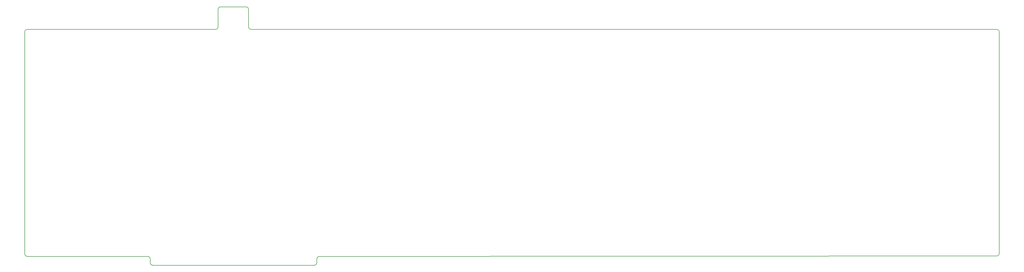
<source format=gbr>
G04 #@! TF.GenerationSoftware,KiCad,Pcbnew,(5.1.4-0-10_14)*
G04 #@! TF.CreationDate,2020-06-01T23:50:26-05:00*
G04 #@! TF.ProjectId,reverie,72657665-7269-4652-9e6b-696361645f70,rev?*
G04 #@! TF.SameCoordinates,Original*
G04 #@! TF.FileFunction,Profile,NP*
%FSLAX46Y46*%
G04 Gerber Fmt 4.6, Leading zero omitted, Abs format (unit mm)*
G04 Created by KiCad (PCBNEW (5.1.4-0-10_14)) date 2020-06-01 23:50:26*
%MOMM*%
%LPD*%
G04 APERTURE LIST*
%ADD10C,0.200000*%
G04 APERTURE END LIST*
D10*
X91059000Y-153162000D02*
G75*
G02X90170000Y-154051000I-889000J0D01*
G01*
X34925000Y-154051000D02*
G75*
G02X34036000Y-153162000I0J889000D01*
G01*
X324485000Y-149987000D02*
G75*
G02X323596000Y-150876000I-889000J0D01*
G01*
X323596000Y-73152000D02*
G75*
G02X324485000Y-74041000I0J-889000D01*
G01*
X68580000Y-73152000D02*
G75*
G02X67691000Y-72263000I0J889000D01*
G01*
X66802000Y-65405000D02*
G75*
G02X67691000Y-66294000I0J-889000D01*
G01*
X57277000Y-66294000D02*
G75*
G02X58166000Y-65405000I889000J0D01*
G01*
X57277000Y-72263000D02*
G75*
G02X56388000Y-73152000I-889000J0D01*
G01*
X-8890000Y-74041000D02*
G75*
G02X-8001000Y-73152000I889000J0D01*
G01*
X-8001000Y-151003000D02*
G75*
G02X-8890000Y-150114000I0J889000D01*
G01*
X91059000Y-151892000D02*
G75*
G02X91948000Y-151003000I889000J0D01*
G01*
X33147000Y-151003000D02*
G75*
G02X34036000Y-151892000I0J-889000D01*
G01*
X-8001000Y-151003000D02*
X33147000Y-151003000D01*
X91059000Y-151892000D02*
X91059000Y-153162000D01*
X34036000Y-151892000D02*
X34036000Y-153162000D01*
X324485000Y-149987000D02*
X324485000Y-74041000D01*
X-8890000Y-150114000D02*
X-8890000Y-74041000D01*
X323596000Y-150876000D02*
X91948000Y-151003000D01*
X34925000Y-154051000D02*
X90170000Y-154051000D01*
X323596000Y-73152000D02*
X68580000Y-73152000D01*
X-8001000Y-73152000D02*
X56388000Y-73152000D01*
X57277000Y-66294000D02*
X57277000Y-72263000D01*
X67691000Y-72263000D02*
X67691000Y-66294000D01*
X58166000Y-65405000D02*
X66802000Y-65405000D01*
M02*

</source>
